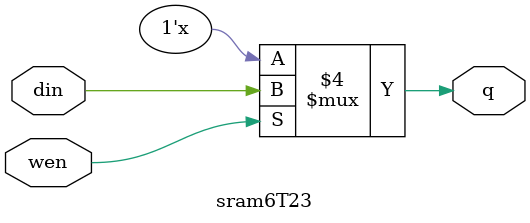
<source format=v>
module sram6T23(din, wen, q);
input din, wen;
output reg q;
always @(din, wen) begin
    if(wen == 1) q = din;
end
endmodule

</source>
